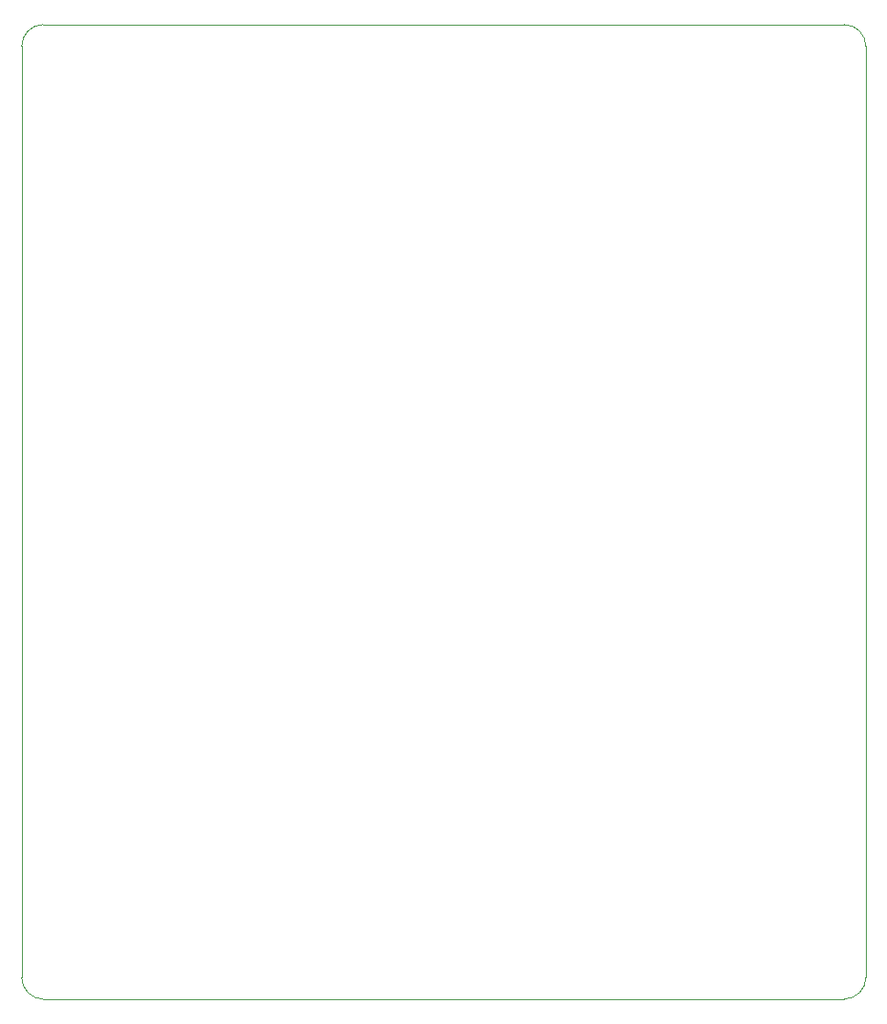
<source format=gm1>
G04 #@! TF.GenerationSoftware,KiCad,Pcbnew,(5.0.0-rc2-dev-130-g0bdae22af-dirty)*
G04 #@! TF.CreationDate,2018-10-04T20:28:42+03:00*
G04 #@! TF.ProjectId,hcu,6863752E6B696361645F706362000000,rev?*
G04 #@! TF.SameCoordinates,Original*
G04 #@! TF.FileFunction,Profile,NP*
%FSLAX46Y46*%
G04 Gerber Fmt 4.6, Leading zero omitted, Abs format (unit mm)*
G04 Created by KiCad (PCBNEW (5.0.0-rc2-dev-130-g0bdae22af-dirty)) date Thu Oct  4 20:28:42 2018*
%MOMM*%
%LPD*%
G01*
G04 APERTURE LIST*
%ADD10C,0.100000*%
G04 APERTURE END LIST*
D10*
X129000000Y-137000232D02*
G75*
G03X131000000Y-139000232I2000000J0D01*
G01*
X205000000Y-139000000D02*
G75*
G03X207000000Y-137000000I0J2000000D01*
G01*
X207000000Y-51000000D02*
G75*
G03X205000000Y-49000000I-2000000J0D01*
G01*
X131000000Y-49000000D02*
G75*
G03X129000000Y-51000000I0J-2000000D01*
G01*
X131000000Y-49000000D02*
X205000000Y-49000000D01*
X131000000Y-139000000D02*
X205000000Y-139000000D01*
X207000000Y-137000000D02*
X207000000Y-51000000D01*
X129000000Y-51000000D02*
X129000000Y-137000232D01*
M02*

</source>
